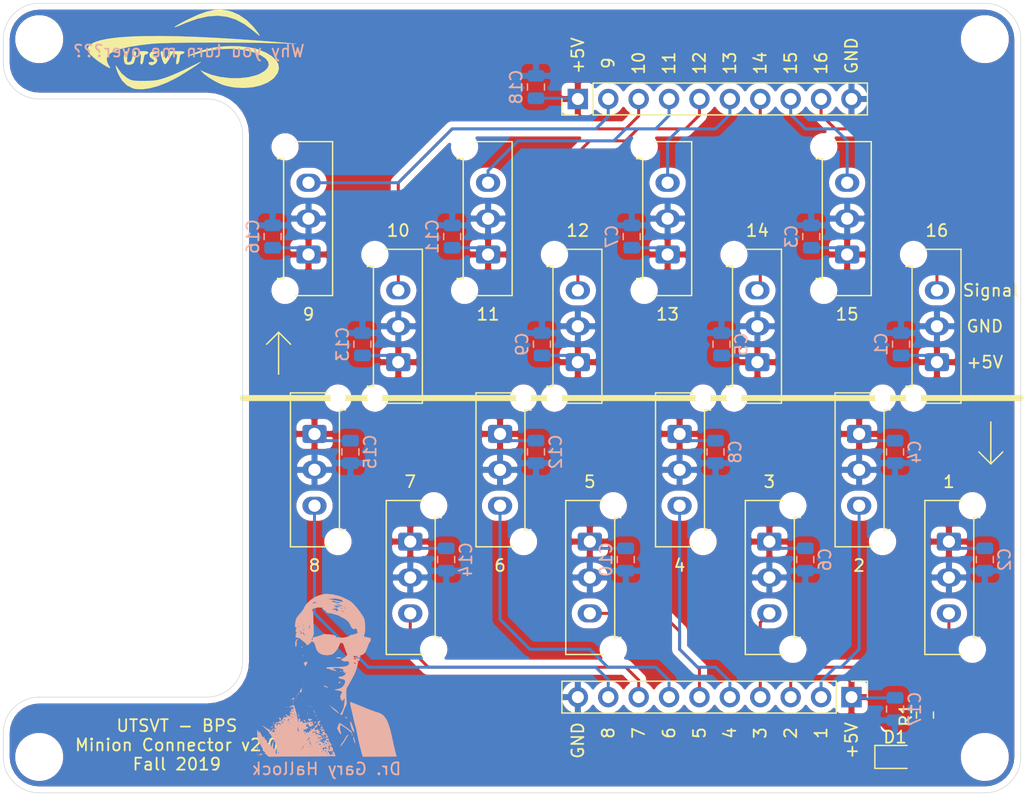
<source format=kicad_pcb>
(kicad_pcb (version 20171130) (host pcbnew "(5.1.4)-1")
  (layers (0 F.Cu signal) (31 B.Cu signal) (34 B.Paste user) (35 F.Paste user) (36 B.SilkS user) (37 F.SilkS user) (38 B.Mask user) (39 F.Mask user) (44 Edge.Cuts user))
  (net 0 "")
  (net 1 +5V)
  (net 2 GND)
  (net 3 /TempSens2)
  (net 4 /TempSens3)
  (net 5 /TempSens4)
  (net 6 /TempSens5)
  (net 7 /TempSens6)
  (net 8 /TempSens7)
  (net 9 /TempSens1)
  (net 10 /TempSens8)
  (net 11 /TempSens9)
  (net 12 /TempSens10)
  (net 13 /TempSens11)
  (net 14 /TempSens12)
  (net 15 /TempSens13)
  (net 16 /TempSens14)
  (net 17 /TempSens15)
  (net 18 /TempSens16)
  (net 19 "Net-(D1-Pad2)")
  (module Connector_Molex:Molex_Micro-Fit_3.0_43650-0315_1x03_P3.00mm_Vertical (layer F.Cu) (at 126 106 270)
    (fp_text reference J8 hide)
    (fp_text value TempConn8)
    (pad "" np_thru_hole circle (at -3 -1.96 270) (size 1.27 1.27) (drill 1.27) (layers *.Cu *.Mask))
    (pad "" np_thru_hole circle (at 9 -1.96 270) (size 1.27 1.27) (drill 1.27) (layers *.Cu *.Mask))
    (pad 1 thru_hole roundrect (at 0 0 270) (size 1.5 2.02) (drill 1.02) (layers *.Cu *.Mask) (roundrect_rratio 0.166667) (net 1 +5V))
    (pad 2 thru_hole oval (at 3 0 270) (size 1.5 2.02) (drill 1.02) (layers *.Cu *.Mask) (net 2 GND))
    (pad 3 thru_hole oval (at 6 0 270) (size 1.5 2.02) (drill 1.02) (layers *.Cu *.Mask) (net 10 /TempSens8))
  )
  (module UTSVT_Special:Hallock_Image_Tiny (layer B.Cu) (at 127.5 126 180)
    (fp_text reference G*** hide)
    (fp_text value LOGO hide)
  )
  (module UTSVT_Special:UTSVT_Logo_Symbol (layer F.Cu) (at 115.5 74)
    (fp_text reference G*** hide)
    (fp_text value LOGO hide)
  )
  (module Connector_Molex:Molex_Micro-Fit_3.0_43650-0315_1x03_P3.00mm_Vertical (layer F.Cu) (at 170.5 91 90)
    (fp_text reference J17 hide)
    (fp_text value TempConn15)
    (pad "" np_thru_hole circle (at -3 -1.96 90) (size 1.27 1.27) (drill 1.27) (layers *.Cu *.Mask))
    (pad "" np_thru_hole circle (at 9 -1.96 90) (size 1.27 1.27) (drill 1.27) (layers *.Cu *.Mask))
    (pad 1 thru_hole roundrect (at 0 0 90) (size 1.5 2.02) (drill 1.02) (layers *.Cu *.Mask) (roundrect_rratio 0.166667) (net 1 +5V))
    (pad 2 thru_hole oval (at 3 0 90) (size 1.5 2.02) (drill 1.02) (layers *.Cu *.Mask) (net 2 GND))
    (pad 3 thru_hole oval (at 6 0 90) (size 1.5 2.02) (drill 1.02) (layers *.Cu *.Mask) (net 17 /TempSens15))
  )
  (module Capacitor_SMD:C_0805_2012Metric (layer B.Cu) (at 175 98.5 270)
    (fp_text reference C1 (at 0 1.65 270) (layer B.SilkS) (effects (justify mirror)))
    (fp_text value 100n)
    (pad 2 smd roundrect (at 0.9375 0 270) (size 0.975 1.4) (layers B.Cu B.Paste B.Mask) (net 1 +5V))
    (pad 1 smd roundrect (at -0.9375 0 270) (size 0.975 1.4) (layers B.Cu B.Paste B.Mask) (net 2 GND))
  )
  (module Capacitor_SMD:C_0805_2012Metric (layer B.Cu) (at 182 116.5 90)
    (fp_text reference C2 (at 0 1.65 270) (layer B.SilkS) (effects (justify mirror)))
    (fp_text value 100n)
    (pad 1 smd roundrect (at -0.9375 0 90) (size 0.975 1.4) (layers B.Cu B.Paste B.Mask) (net 2 GND))
    (pad 2 smd roundrect (at 0.9375 0 90) (size 0.975 1.4) (layers B.Cu B.Paste B.Mask) (net 1 +5V))
  )
  (module Capacitor_SMD:C_0805_2012Metric (layer B.Cu) (at 167.5 89.5 270)
    (fp_text reference C3 (at 0 1.65 270) (layer B.SilkS) (effects (justify mirror)))
    (fp_text value 100n)
    (pad 2 smd roundrect (at 0.9375 0 270) (size 0.975 1.4) (layers B.Cu B.Paste B.Mask) (net 1 +5V))
    (pad 1 smd roundrect (at -0.9375 0 270) (size 0.975 1.4) (layers B.Cu B.Paste B.Mask) (net 2 GND))
  )
  (module Capacitor_SMD:C_0805_2012Metric (layer B.Cu) (at 174.5 107.5 90)
    (fp_text reference C4 (at 0 1.65 90) (layer B.SilkS) (effects (justify mirror)))
    (fp_text value 100n)
    (pad 1 smd roundrect (at -0.9375 0 90) (size 0.975 1.4) (layers B.Cu B.Paste B.Mask) (net 2 GND))
    (pad 2 smd roundrect (at 0.9375 0 90) (size 0.975 1.4) (layers B.Cu B.Paste B.Mask) (net 1 +5V))
  )
  (module Capacitor_SMD:C_0805_2012Metric (layer B.Cu) (at 160 98.5 90)
    (fp_text reference C5 (at 0 1.65 90) (layer B.SilkS) (effects (justify mirror)))
    (fp_text value 100n)
    (pad 1 smd roundrect (at -0.9375 0 90) (size 0.975 1.4) (layers B.Cu B.Paste B.Mask) (net 1 +5V))
    (pad 2 smd roundrect (at 0.9375 0 90) (size 0.975 1.4) (layers B.Cu B.Paste B.Mask) (net 2 GND))
  )
  (module Capacitor_SMD:C_0805_2012Metric (layer B.Cu) (at 167 116.5 90)
    (fp_text reference C6 (at 0 1.65 90) (layer B.SilkS) (effects (justify mirror)))
    (fp_text value 100n)
    (pad 2 smd roundrect (at 0.9375 0 90) (size 0.975 1.4) (layers B.Cu B.Paste B.Mask) (net 1 +5V))
    (pad 1 smd roundrect (at -0.9375 0 90) (size 0.975 1.4) (layers B.Cu B.Paste B.Mask) (net 2 GND))
  )
  (module Capacitor_SMD:C_0805_2012Metric (layer B.Cu) (at 152.5 89.5 270)
    (fp_text reference C7 (at 0 1.65 90) (layer B.SilkS) (effects (justify mirror)))
    (fp_text value 100n)
    (pad 1 smd roundrect (at -0.9375 0 270) (size 0.975 1.4) (layers B.Cu B.Paste B.Mask) (net 2 GND))
    (pad 2 smd roundrect (at 0.9375 0 270) (size 0.975 1.4) (layers B.Cu B.Paste B.Mask) (net 1 +5V))
  )
  (module Capacitor_SMD:C_0805_2012Metric (layer B.Cu) (at 159.5 107.5 90)
    (fp_text reference C8 (at 0 1.65 90) (layer B.SilkS) (effects (justify mirror)))
    (fp_text value 100n)
    (pad 1 smd roundrect (at -0.9375 0 90) (size 0.975 1.4) (layers B.Cu B.Paste B.Mask) (net 2 GND))
    (pad 2 smd roundrect (at 0.9375 0 90) (size 0.975 1.4) (layers B.Cu B.Paste B.Mask) (net 1 +5V))
  )
  (module Capacitor_SMD:C_0805_2012Metric (layer B.Cu) (at 145 98.5 270)
    (fp_text reference C9 (at 0 1.65 90) (layer B.SilkS) (effects (justify mirror)))
    (fp_text value 100n)
    (pad 2 smd roundrect (at 0.9375 0 270) (size 0.975 1.4) (layers B.Cu B.Paste B.Mask) (net 1 +5V))
    (pad 1 smd roundrect (at -0.9375 0 270) (size 0.975 1.4) (layers B.Cu B.Paste B.Mask) (net 2 GND))
  )
  (module Capacitor_SMD:C_0805_2012Metric (layer B.Cu) (at 152 116.5 270)
    (fp_text reference C10 (at 0 1.65 90) (layer B.SilkS) (effects (justify mirror)))
    (fp_text value 100n)
    (pad 2 smd roundrect (at 0.9375 0 270) (size 0.975 1.4) (layers B.Cu B.Paste B.Mask) (net 2 GND))
    (pad 1 smd roundrect (at -0.9375 0 270) (size 0.975 1.4) (layers B.Cu B.Paste B.Mask) (net 1 +5V))
  )
  (module Capacitor_SMD:C_0805_2012Metric (layer B.Cu) (at 137.5 89.5 270)
    (fp_text reference C11 (at 0 1.65 270) (layer B.SilkS) (effects (justify mirror)))
    (fp_text value 100n)
    (pad 2 smd roundrect (at 0.9375 0 270) (size 0.975 1.4) (layers B.Cu B.Paste B.Mask) (net 1 +5V))
    (pad 1 smd roundrect (at -0.9375 0 270) (size 0.975 1.4) (layers B.Cu B.Paste B.Mask) (net 2 GND))
  )
  (module Capacitor_SMD:C_0805_2012Metric (layer B.Cu) (at 144.5 107.5 90)
    (fp_text reference C12 (at 0 1.65 270) (layer B.SilkS) (effects (justify mirror)))
    (fp_text value 100n)
    (pad 1 smd roundrect (at -0.9375 0 90) (size 0.975 1.4) (layers B.Cu B.Paste B.Mask) (net 2 GND))
    (pad 2 smd roundrect (at 0.9375 0 90) (size 0.975 1.4) (layers B.Cu B.Paste B.Mask) (net 1 +5V))
  )
  (module Capacitor_SMD:C_0805_2012Metric (layer B.Cu) (at 130 98.5 270)
    (fp_text reference C13 (at 0 1.65 270) (layer B.SilkS) (effects (justify mirror)))
    (fp_text value 100n)
    (pad 1 smd roundrect (at -0.9375 0 270) (size 0.975 1.4) (layers B.Cu B.Paste B.Mask) (net 2 GND))
    (pad 2 smd roundrect (at 0.9375 0 270) (size 0.975 1.4) (layers B.Cu B.Paste B.Mask) (net 1 +5V))
  )
  (module Capacitor_SMD:C_0805_2012Metric (layer B.Cu) (at 137 116.5 90)
    (fp_text reference C14 (at 0 1.65 90) (layer B.SilkS) (effects (justify mirror)))
    (fp_text value 100n)
    (pad 2 smd roundrect (at 0.9375 0 90) (size 0.975 1.4) (layers B.Cu B.Paste B.Mask) (net 1 +5V))
    (pad 1 smd roundrect (at -0.9375 0 90) (size 0.975 1.4) (layers B.Cu B.Paste B.Mask) (net 2 GND))
  )
  (module Capacitor_SMD:C_0805_2012Metric (layer B.Cu) (at 129 107.5 90)
    (fp_text reference C15 (at 0 1.65 90) (layer B.SilkS) (effects (justify mirror)))
    (fp_text value 100n)
    (pad 2 smd roundrect (at 0.9375 0 90) (size 0.975 1.4) (layers B.Cu B.Paste B.Mask) (net 1 +5V))
    (pad 1 smd roundrect (at -0.9375 0 90) (size 0.975 1.4) (layers B.Cu B.Paste B.Mask) (net 2 GND))
  )
  (module Capacitor_SMD:C_0805_2012Metric (layer B.Cu) (at 122.5 89.5 270)
    (fp_text reference C16 (at 0 1.65 90) (layer B.SilkS) (effects (justify mirror)))
    (fp_text value 100n)
    (pad 1 smd roundrect (at -0.9375 0 270) (size 0.975 1.4) (layers B.Cu B.Paste B.Mask) (net 2 GND))
    (pad 2 smd roundrect (at 0.9375 0 270) (size 0.975 1.4) (layers B.Cu B.Paste B.Mask) (net 1 +5V))
  )
  (module Capacitor_SMD:C_0805_2012Metric (layer B.Cu) (at 174.5 129 90)
    (fp_text reference C17 (at 0 1.65 90) (layer B.SilkS) (effects (justify mirror)))
    (fp_text value 100n)
    (pad 2 smd roundrect (at 0.9375 0 90) (size 0.975 1.4) (layers B.Cu B.Paste B.Mask) (net 1 +5V))
    (pad 1 smd roundrect (at -0.9375 0 90) (size 0.975 1.4) (layers B.Cu B.Paste B.Mask) (net 2 GND))
  )
  (module Capacitor_SMD:C_0805_2012Metric (layer B.Cu) (at 144.5 77 270)
    (fp_text reference C18 (at 0 1.65 90) (layer B.SilkS) (effects (justify mirror)))
    (fp_text value 100n)
    (pad 1 smd roundrect (at -0.9375 0 270) (size 0.975 1.4) (layers B.Cu B.Paste B.Mask) (net 2 GND))
    (pad 2 smd roundrect (at 0.9375 0 270) (size 0.975 1.4) (layers B.Cu B.Paste B.Mask) (net 1 +5V))
  )
  (module Connector_Molex:Molex_Micro-Fit_3.0_43650-0315_1x03_P3.00mm_Vertical (layer F.Cu) (at 179 115 270)
    (fp_text reference J1 hide)
    (fp_text value TempConn2)
    (pad 3 thru_hole oval (at 6 0 270) (size 1.5 2.02) (drill 1.02) (layers *.Cu *.Mask) (net 3 /TempSens2))
    (pad 2 thru_hole oval (at 3 0 270) (size 1.5 2.02) (drill 1.02) (layers *.Cu *.Mask) (net 2 GND))
    (pad 1 thru_hole roundrect (at 0 0 270) (size 1.5 2.02) (drill 1.02) (layers *.Cu *.Mask) (roundrect_rratio 0.166667) (net 1 +5V))
    (pad "" np_thru_hole circle (at 9 -1.96 270) (size 1.27 1.27) (drill 1.27) (layers *.Cu *.Mask))
    (pad "" np_thru_hole circle (at -3 -1.96 270) (size 1.27 1.27) (drill 1.27) (layers *.Cu *.Mask))
  )
  (module Connector_Molex:Molex_Micro-Fit_3.0_43650-0315_1x03_P3.00mm_Vertical (layer F.Cu) (at 164 115 270)
    (fp_text reference J2 hide)
    (fp_text value TempConn3)
    (pad "" np_thru_hole circle (at -3 -1.96 270) (size 1.27 1.27) (drill 1.27) (layers *.Cu *.Mask))
    (pad "" np_thru_hole circle (at 9 -1.96 270) (size 1.27 1.27) (drill 1.27) (layers *.Cu *.Mask))
    (pad 1 thru_hole roundrect (at 0 0 270) (size 1.5 2.02) (drill 1.02) (layers *.Cu *.Mask) (roundrect_rratio 0.166667) (net 1 +5V))
    (pad 2 thru_hole oval (at 3 0 270) (size 1.5 2.02) (drill 1.02) (layers *.Cu *.Mask) (net 2 GND))
    (pad 3 thru_hole oval (at 6 0 270) (size 1.5 2.02) (drill 1.02) (layers *.Cu *.Mask) (net 4 /TempSens3))
  )
  (module Connector_Molex:Molex_Micro-Fit_3.0_43650-0315_1x03_P3.00mm_Vertical (layer F.Cu) (at 156.5 106 270)
    (fp_text reference J3 hide)
    (fp_text value TempConn4)
    (pad 3 thru_hole oval (at 6 0 270) (size 1.5 2.02) (drill 1.02) (layers *.Cu *.Mask) (net 5 /TempSens4))
    (pad 2 thru_hole oval (at 3 0 270) (size 1.5 2.02) (drill 1.02) (layers *.Cu *.Mask) (net 2 GND))
    (pad 1 thru_hole roundrect (at 0 0 270) (size 1.5 2.02) (drill 1.02) (layers *.Cu *.Mask) (roundrect_rratio 0.166667) (net 1 +5V))
    (pad "" np_thru_hole circle (at 9 -1.96 270) (size 1.27 1.27) (drill 1.27) (layers *.Cu *.Mask))
    (pad "" np_thru_hole circle (at -3 -1.96 270) (size 1.27 1.27) (drill 1.27) (layers *.Cu *.Mask))
  )
  (module Connector_Molex:Molex_Micro-Fit_3.0_43650-0315_1x03_P3.00mm_Vertical (layer F.Cu) (at 149 115 270)
    (fp_text reference J4 hide)
    (fp_text value TempConn5)
    (pad "" np_thru_hole circle (at -3 -1.96 270) (size 1.27 1.27) (drill 1.27) (layers *.Cu *.Mask))
    (pad "" np_thru_hole circle (at 9 -1.96 270) (size 1.27 1.27) (drill 1.27) (layers *.Cu *.Mask))
    (pad 1 thru_hole roundrect (at 0 0 270) (size 1.5 2.02) (drill 1.02) (layers *.Cu *.Mask) (roundrect_rratio 0.166667) (net 1 +5V))
    (pad 2 thru_hole oval (at 3 0 270) (size 1.5 2.02) (drill 1.02) (layers *.Cu *.Mask) (net 2 GND))
    (pad 3 thru_hole oval (at 6 0 270) (size 1.5 2.02) (drill 1.02) (layers *.Cu *.Mask) (net 6 /TempSens5))
  )
  (module Connector_Molex:Molex_Micro-Fit_3.0_43650-0315_1x03_P3.00mm_Vertical (layer F.Cu) (at 141.5 106 270)
    (fp_text reference J5 hide)
    (fp_text value TempConn6)
    (pad "" np_thru_hole circle (at -3 -1.96 270) (size 1.27 1.27) (drill 1.27) (layers *.Cu *.Mask))
    (pad "" np_thru_hole circle (at 9 -1.96 270) (size 1.27 1.27) (drill 1.27) (layers *.Cu *.Mask))
    (pad 1 thru_hole roundrect (at 0 0 270) (size 1.5 2.02) (drill 1.02) (layers *.Cu *.Mask) (roundrect_rratio 0.166667) (net 1 +5V))
    (pad 2 thru_hole oval (at 3 0 270) (size 1.5 2.02) (drill 1.02) (layers *.Cu *.Mask) (net 2 GND))
    (pad 3 thru_hole oval (at 6 0 270) (size 1.5 2.02) (drill 1.02) (layers *.Cu *.Mask) (net 7 /TempSens6))
  )
  (module Connector_Molex:Molex_Micro-Fit_3.0_43650-0315_1x03_P3.00mm_Vertical (layer F.Cu) (at 134 115 270)
    (fp_text reference J6 hide)
    (fp_text value TempConn7)
    (pad 3 thru_hole oval (at 6 0 270) (size 1.5 2.02) (drill 1.02) (layers *.Cu *.Mask) (net 8 /TempSens7))
    (pad 2 thru_hole oval (at 3 0 270) (size 1.5 2.02) (drill 1.02) (layers *.Cu *.Mask) (net 2 GND))
    (pad 1 thru_hole roundrect (at 0 0 270) (size 1.5 2.02) (drill 1.02) (layers *.Cu *.Mask) (roundrect_rratio 0.166667) (net 1 +5V))
    (pad "" np_thru_hole circle (at 9 -1.96 270) (size 1.27 1.27) (drill 1.27) (layers *.Cu *.Mask))
    (pad "" np_thru_hole circle (at -3 -1.96 270) (size 1.27 1.27) (drill 1.27) (layers *.Cu *.Mask))
  )
  (module Connector_Molex:Molex_Micro-Fit_3.0_43650-0315_1x03_P3.00mm_Vertical (layer F.Cu) (at 171.5 106 270)
    (fp_text reference J7 hide)
    (fp_text value TempConn1)
    (pad 3 thru_hole oval (at 6 0 270) (size 1.5 2.02) (drill 1.02) (layers *.Cu *.Mask) (net 9 /TempSens1))
    (pad 2 thru_hole oval (at 3 0 270) (size 1.5 2.02) (drill 1.02) (layers *.Cu *.Mask) (net 2 GND))
    (pad 1 thru_hole roundrect (at 0 0 270) (size 1.5 2.02) (drill 1.02) (layers *.Cu *.Mask) (roundrect_rratio 0.166667) (net 1 +5V))
    (pad "" np_thru_hole circle (at 9 -1.96 270) (size 1.27 1.27) (drill 1.27) (layers *.Cu *.Mask))
    (pad "" np_thru_hole circle (at -3 -1.96 270) (size 1.27 1.27) (drill 1.27) (layers *.Cu *.Mask))
  )
  (module Connector_PinHeader_2.54mm:PinHeader_1x10_P2.54mm_Vertical (layer F.Cu) (at 170.86 128 270)
    (fp_text reference J9 hide)
    (fp_text value TempConn2)
    (pad 10 thru_hole oval (at 0 22.86 270) (size 1.7 1.7) (drill 1) (layers *.Cu *.Mask) (net 2 GND))
    (pad 9 thru_hole oval (at 0 20.32 270) (size 1.7 1.7) (drill 1) (layers *.Cu *.Mask) (net 10 /TempSens8))
    (pad 8 thru_hole oval (at 0 17.78 270) (size 1.7 1.7) (drill 1) (layers *.Cu *.Mask) (net 8 /TempSens7))
    (pad 7 thru_hole oval (at 0 15.24 270) (size 1.7 1.7) (drill 1) (layers *.Cu *.Mask) (net 7 /TempSens6))
    (pad 6 thru_hole oval (at 0 12.7 270) (size 1.7 1.7) (drill 1) (layers *.Cu *.Mask) (net 6 /TempSens5))
    (pad 5 thru_hole oval (at 0 10.16 270) (size 1.7 1.7) (drill 1) (layers *.Cu *.Mask) (net 5 /TempSens4))
    (pad 4 thru_hole oval (at 0 7.62 270) (size 1.7 1.7) (drill 1) (layers *.Cu *.Mask) (net 4 /TempSens3))
    (pad 3 thru_hole oval (at 0 5.08 270) (size 1.7 1.7) (drill 1) (layers *.Cu *.Mask) (net 3 /TempSens2))
    (pad 2 thru_hole oval (at 0 2.54 270) (size 1.7 1.7) (drill 1) (layers *.Cu *.Mask) (net 9 /TempSens1))
    (pad 1 thru_hole rect (at 0 0 270) (size 1.7 1.7) (drill 1) (layers *.Cu *.Mask) (net 1 +5V))
  )
  (module Connector_Molex:Molex_Micro-Fit_3.0_43650-0315_1x03_P3.00mm_Vertical (layer F.Cu) (at 125.5 91 90)
    (fp_text reference J10 hide)
    (fp_text value TempConn9)
    (pad 3 thru_hole oval (at 6 0 90) (size 1.5 2.02) (drill 1.02) (layers *.Cu *.Mask) (net 11 /TempSens9))
    (pad 2 thru_hole oval (at 3 0 90) (size 1.5 2.02) (drill 1.02) (layers *.Cu *.Mask) (net 2 GND))
    (pad 1 thru_hole roundrect (at 0 0 90) (size 1.5 2.02) (drill 1.02) (layers *.Cu *.Mask) (roundrect_rratio 0.166667) (net 1 +5V))
    (pad "" np_thru_hole circle (at 9 -1.96 90) (size 1.27 1.27) (drill 1.27) (layers *.Cu *.Mask))
    (pad "" np_thru_hole circle (at -3 -1.96 90) (size 1.27 1.27) (drill 1.27) (layers *.Cu *.Mask))
  )
  (module Connector_Molex:Molex_Micro-Fit_3.0_43650-0315_1x03_P3.00mm_Vertical (layer F.Cu) (at 133 100 90)
    (fp_text reference J11 hide)
    (fp_text value TempConn10)
    (pad "" np_thru_hole circle (at -3 -1.96 90) (size 1.27 1.27) (drill 1.27) (layers *.Cu *.Mask))
    (pad "" np_thru_hole circle (at 9 -1.96 90) (size 1.27 1.27) (drill 1.27) (layers *.Cu *.Mask))
    (pad 1 thru_hole roundrect (at 0 0 90) (size 1.5 2.02) (drill 1.02) (layers *.Cu *.Mask) (roundrect_rratio 0.166667) (net 1 +5V))
    (pad 2 thru_hole oval (at 3 0 90) (size 1.5 2.02) (drill 1.02) (layers *.Cu *.Mask) (net 2 GND))
    (pad 3 thru_hole oval (at 6 0 90) (size 1.5 2.02) (drill 1.02) (layers *.Cu *.Mask) (net 12 /TempSens10))
  )
  (module Connector_Molex:Molex_Micro-Fit_3.0_43650-0315_1x03_P3.00mm_Vertical (layer F.Cu) (at 140.5 91 90)
    (fp_text reference J12 hide)
    (fp_text value TempConn11)
    (pad "" np_thru_hole circle (at -3 -1.96 90) (size 1.27 1.27) (drill 1.27) (layers *.Cu *.Mask))
    (pad "" np_thru_hole circle (at 9 -1.96 90) (size 1.27 1.27) (drill 1.27) (layers *.Cu *.Mask))
    (pad 1 thru_hole roundrect (at 0 0 90) (size 1.5 2.02) (drill 1.02) (layers *.Cu *.Mask) (roundrect_rratio 0.166667) (net 1 +5V))
    (pad 2 thru_hole oval (at 3 0 90) (size 1.5 2.02) (drill 1.02) (layers *.Cu *.Mask) (net 2 GND))
    (pad 3 thru_hole oval (at 6 0 90) (size 1.5 2.02) (drill 1.02) (layers *.Cu *.Mask) (net 13 /TempSens11))
  )
  (module Connector_Molex:Molex_Micro-Fit_3.0_43650-0315_1x03_P3.00mm_Vertical (layer F.Cu) (at 148 100 90)
    (fp_text reference J13 hide)
    (fp_text value TempConn12)
    (pad 3 thru_hole oval (at 6 0 90) (size 1.5 2.02) (drill 1.02) (layers *.Cu *.Mask) (net 14 /TempSens12))
    (pad 2 thru_hole oval (at 3 0 90) (size 1.5 2.02) (drill 1.02) (layers *.Cu *.Mask) (net 2 GND))
    (pad 1 thru_hole roundrect (at 0 0 90) (size 1.5 2.02) (drill 1.02) (layers *.Cu *.Mask) (roundrect_rratio 0.166667) (net 1 +5V))
    (pad "" np_thru_hole circle (at 9 -1.96 90) (size 1.27 1.27) (drill 1.27) (layers *.Cu *.Mask))
    (pad "" np_thru_hole circle (at -3 -1.96 90) (size 1.27 1.27) (drill 1.27) (layers *.Cu *.Mask))
  )
  (module Connector_PinHeader_2.54mm:PinHeader_1x10_P2.54mm_Vertical (layer F.Cu) (at 148 78 90)
    (fp_text reference J14 hide)
    (fp_text value TempConn2)
    (pad 1 thru_hole rect (at 0 0 90) (size 1.7 1.7) (drill 1) (layers *.Cu *.Mask) (net 1 +5V))
    (pad 2 thru_hole oval (at 0 2.54 90) (size 1.7 1.7) (drill 1) (layers *.Cu *.Mask) (net 11 /TempSens9))
    (pad 3 thru_hole oval (at 0 5.08 90) (size 1.7 1.7) (drill 1) (layers *.Cu *.Mask) (net 12 /TempSens10))
    (pad 4 thru_hole oval (at 0 7.62 90) (size 1.7 1.7) (drill 1) (layers *.Cu *.Mask) (net 13 /TempSens11))
    (pad 5 thru_hole oval (at 0 10.16 90) (size 1.7 1.7) (drill 1) (layers *.Cu *.Mask) (net 14 /TempSens12))
    (pad 6 thru_hole oval (at 0 12.7 90) (size 1.7 1.7) (drill 1) (layers *.Cu *.Mask) (net 15 /TempSens13))
    (pad 7 thru_hole oval (at 0 15.24 90) (size 1.7 1.7) (drill 1) (layers *.Cu *.Mask) (net 16 /TempSens14))
    (pad 8 thru_hole oval (at 0 17.78 90) (size 1.7 1.7) (drill 1) (layers *.Cu *.Mask) (net 17 /TempSens15))
    (pad 9 thru_hole oval (at 0 20.32 90) (size 1.7 1.7) (drill 1) (layers *.Cu *.Mask) (net 18 /TempSens16))
    (pad 10 thru_hole oval (at 0 22.86 90) (size 1.7 1.7) (drill 1) (layers *.Cu *.Mask) (net 2 GND))
  )
  (module Connector_Molex:Molex_Micro-Fit_3.0_43650-0315_1x03_P3.00mm_Vertical (layer F.Cu) (at 155.5 91 90)
    (fp_text reference J15 hide)
    (fp_text value TempConn13)
    (pad "" np_thru_hole circle (at -3 -1.96 90) (size 1.27 1.27) (drill 1.27) (layers *.Cu *.Mask))
    (pad "" np_thru_hole circle (at 9 -1.96 90) (size 1.27 1.27) (drill 1.27) (layers *.Cu *.Mask))
    (pad 1 thru_hole roundrect (at 0 0 90) (size 1.5 2.02) (drill 1.02) (layers *.Cu *.Mask) (roundrect_rratio 0.166667) (net 1 +5V))
    (pad 2 thru_hole oval (at 3 0 90) (size 1.5 2.02) (drill 1.02) (layers *.Cu *.Mask) (net 2 GND))
    (pad 3 thru_hole oval (at 6 0 90) (size 1.5 2.02) (drill 1.02) (layers *.Cu *.Mask) (net 15 /TempSens13))
  )
  (module Connector_Molex:Molex_Micro-Fit_3.0_43650-0315_1x03_P3.00mm_Vertical (layer F.Cu) (at 163 100 90)
    (fp_text reference J16 hide)
    (fp_text value TempConn14)
    (pad 3 thru_hole oval (at 6 0 90) (size 1.5 2.02) (drill 1.02) (layers *.Cu *.Mask) (net 16 /TempSens14))
    (pad 2 thru_hole oval (at 3 0 90) (size 1.5 2.02) (drill 1.02) (layers *.Cu *.Mask) (net 2 GND))
    (pad 1 thru_hole roundrect (at 0 0 90) (size 1.5 2.02) (drill 1.02) (layers *.Cu *.Mask) (roundrect_rratio 0.166667) (net 1 +5V))
    (pad "" np_thru_hole circle (at 9 -1.96 90) (size 1.27 1.27) (drill 1.27) (layers *.Cu *.Mask))
    (pad "" np_thru_hole circle (at -3 -1.96 90) (size 1.27 1.27) (drill 1.27) (layers *.Cu *.Mask))
  )
  (module Connector_Molex:Molex_Micro-Fit_3.0_43650-0315_1x03_P3.00mm_Vertical (layer F.Cu) (at 178 100 90)
    (fp_text reference J18 hide)
    (fp_text value TempConn16)
    (pad "" np_thru_hole circle (at -3 -1.96 90) (size 1.27 1.27) (drill 1.27) (layers *.Cu *.Mask))
    (pad "" np_thru_hole circle (at 9 -1.96 90) (size 1.27 1.27) (drill 1.27) (layers *.Cu *.Mask))
    (pad 1 thru_hole roundrect (at 0 0 90) (size 1.5 2.02) (drill 1.02) (layers *.Cu *.Mask) (roundrect_rratio 0.166667) (net 1 +5V))
    (pad 2 thru_hole oval (at 3 0 90) (size 1.5 2.02) (drill 1.02) (layers *.Cu *.Mask) (net 2 GND))
    (pad 3 thru_hole oval (at 6 0 90) (size 1.5 2.02) (drill 1.02) (layers *.Cu *.Mask) (net 18 /TempSens16))
  )
  (module MountingHole:MountingHole_3mm (layer F.Cu) (at 182 73)
    (fp_text reference H1 hide)
    (fp_text value M3)
    (pad 1 np_thru_hole circle (at 0 0) (size 3 3) (drill 3) (layers *.Cu *.Mask))
  )
  (module MountingHole:MountingHole_3mm (layer F.Cu) (at 103 73)
    (fp_text reference H2 hide)
    (fp_text value M3)
    (pad 1 np_thru_hole circle (at 0 0) (size 3 3) (drill 3) (layers *.Cu *.Mask))
  )
  (module MountingHole:MountingHole_3mm (layer F.Cu) (at 182 133)
    (fp_text reference H3 hide)
    (fp_text value M3)
    (pad 1 np_thru_hole circle (at 0 0) (size 3 3) (drill 3) (layers *.Cu *.Mask))
  )
  (module MountingHole:MountingHole_3mm (layer F.Cu) (at 103 133)
    (fp_text reference H4 hide)
    (fp_text value M3)
    (pad 1 np_thru_hole circle (at 0 0) (size 3 3) (drill 3) (layers *.Cu *.Mask))
  )
  (module LED_SMD:LED_0805_2012Metric (layer F.Cu) (at 174.5 133)
    (fp_text reference D1 (at 0 -1.65) (layer F.SilkS))
    (fp_text value Green)
    (pad 1 smd roundrect (at -0.9375 0) (size 0.975 1.4) (layers F.Cu F.Paste F.Mask) (net 2 GND))
    (pad 2 smd roundrect (at 0.9375 0) (size 0.975 1.4) (layers F.Cu F.Paste F.Mask) (net 19 "Net-(D1-Pad2)"))
  )
  (module Resistor_SMD:R_0805_2012Metric (layer F.Cu) (at 177 129.5 270)
    (fp_text reference R1 (at 0 1.6 90) (layer F.SilkS))
    (fp_text value 1.2k)
    (pad 1 smd roundrect (at -0.9375 0 270) (size 0.975 1.4) (layers F.Cu F.Paste F.Mask) (net 1 +5V))
    (pad 2 smd roundrect (at 0.9375 0 270) (size 0.975 1.4) (layers F.Cu F.Paste F.Mask) (net 19 "Net-(D1-Pad2)"))
  )
  (gr_text "Why you turn me over???" (at 115.5 74) (layer B.SilkS) (effects (font (size 1 1)) (justify mirror)))
  (gr_text Signal (at 182.5 94) (layer F.SilkS) (effects (font (size 1 1))))
  (gr_text GND (at 182 97) (layer F.SilkS) (effects (font (size 1 1))))
  (gr_text +5V (at 182 100) (layer F.SilkS) (effects (font (size 1 1))))
  (gr_text 8 (at 126 117) (layer F.SilkS) (effects (font (size 1 1))))
  (gr_text 7 (at 134 110) (layer F.SilkS) (effects (font (size 1 1))))
  (gr_text 6 (at 141.5 117) (layer F.SilkS) (effects (font (size 1 1))))
  (gr_text 5 (at 149 110) (layer F.SilkS) (effects (font (size 1 1))))
  (gr_text 4 (at 156.5 117) (layer F.SilkS) (effects (font (size 1 1))))
  (gr_text 3 (at 164 110) (layer F.SilkS) (effects (font (size 1 1))))
  (gr_text 2 (at 171.5 117) (layer F.SilkS) (effects (font (size 1 1))))
  (gr_text 1 (at 179 110) (layer F.SilkS) (effects (font (size 1 1))))
  (gr_text 16 (at 178 89) (layer F.SilkS) (effects (font (size 1 1))))
  (gr_text 15 (at 170.5 96) (layer F.SilkS) (effects (font (size 1 1))))
  (gr_text 14 (at 163 89) (layer F.SilkS) (effects (font (size 1 1))))
  (gr_text 13 (at 155.5 96) (layer F.SilkS) (effects (font (size 1 1))))
  (gr_text 12 (at 148 89) (layer F.SilkS) (effects (font (size 1 1))))
  (gr_text 11 (at 140.5 96) (layer F.SilkS) (effects (font (size 1 1))))
  (gr_text "10\n" (at 133 89) (layer F.SilkS) (effects (font (size 1 1))))
  (gr_text 9 (at 125.5 96) (layer F.SilkS) (effects (font (size 1 1))))
  (gr_line (start 182.5 108.5) (end 181.5 107.5) (layer F.SilkS) (width 0.12))
  (gr_line (start 182.5 108.5) (end 183.5 107.5) (layer F.SilkS) (width 0.12))
  (gr_line (start 182.5 108.5) (end 182.5 107.5) (layer F.SilkS) (width 0.12))
  (gr_line (start 182.5 105) (end 182.5 108) (layer F.SilkS) (width 0.12))
  (gr_line (start 123 97.5) (end 124 98.5) (layer F.SilkS) (width 0.12))
  (gr_line (start 123 97.5) (end 122 98.5) (layer F.SilkS) (width 0.12))
  (gr_line (start 123 101) (end 123 97.5) (layer F.SilkS) (width 0.12))
  (gr_text "UTSVT - BPS\nMinion Connector v2.0\nFall 2019" (at 114.5 132) (layer F.SilkS) (effects (font (size 1 1))))
  (gr_text "Dr. Gary Hallock" (at 127 134) (layer B.SilkS) (effects (font (size 1 1)) (justify mirror)))
  (gr_text 8 (at 150.54 131 90) (layer F.SilkS) (effects (font (size 1 1))))
  (gr_text 7 (at 153.08 131 90) (layer F.SilkS) (effects (font (size 1 1))))
  (gr_text 6 (at 155.62 131 90) (layer F.SilkS) (effects (font (size 1 1))))
  (gr_text 5 (at 158.16 131 90) (layer F.SilkS) (effects (font (size 1 1))))
  (gr_text 4 (at 160.7 131 90) (layer F.SilkS) (effects (font (size 1 1))))
  (gr_text 3 (at 163.24 131 90) (layer F.SilkS) (effects (font (size 1 1))))
  (gr_text 2 (at 165.78 131 90) (layer F.SilkS) (effects (font (size 1 1))))
  (gr_text "1\n" (at 168.32 131 90) (layer F.SilkS) (effects (font (size 1 1))))
  (gr_text GND (at 148 130 90) (layer F.SilkS) (effects (font (size 1 1)) (justify right)))
  (gr_text +5V (at 170.86 130 90) (layer F.SilkS) (effects (font (size 1 1)) (justify right)))
  (gr_text GND (at 170.86 76 90) (layer F.SilkS) (effects (font (size 1 1)) (justify left)))
  (gr_text 16 (at 168.32 75 90) (layer F.SilkS) (effects (font (size 1 1))))
  (gr_text 15 (at 165.78 75 90) (layer F.SilkS) (effects (font (size 1 1))))
  (gr_text 14 (at 163.24 75 90) (layer F.SilkS) (effects (font (size 1 1))))
  (gr_text 13 (at 160.7 75 90) (layer F.SilkS) (effects (font (size 1 1))))
  (gr_text 12 (at 158.16 75 90) (layer F.SilkS) (effects (font (size 1 1))))
  (gr_text 11 (at 155.62 75 90) (layer F.SilkS) (effects (font (size 1 1))))
  (gr_text 10 (at 153.08 75 90) (layer F.SilkS) (effects (font (size 1 1))))
  (gr_text 9 (at 150.54 75 90) (layer F.SilkS) (effects (font (size 1 1))))
  (gr_text +5V (at 148 76 90) (layer F.SilkS) (effects (font (size 1 1)) (justify left)))
  (gr_line (start 185 103) (end 120 103) (layer F.SilkS) (width 0.5))
  (gr_arc (start 117 81) (end 120 81) (angle -90) (layer Edge.Cuts) (width 0.05))
  (gr_line (start 103 78) (end 117 78) (layer Edge.Cuts) (width 0.05))
  (gr_arc (start 103 75) (end 100 75) (angle -90) (layer Edge.Cuts) (width 0.05))
  (gr_line (start 100 73) (end 100 75) (layer Edge.Cuts) (width 0.05))
  (gr_line (start 120 125) (end 120 81) (layer Edge.Cuts) (width 0.05))
  (gr_arc (start 117 125) (end 117 128) (angle -90) (layer Edge.Cuts) (width 0.05))
  (gr_line (start 103 128) (end 117 128) (layer Edge.Cuts) (width 0.05))
  (gr_arc (start 103 131) (end 103 128) (angle -90) (layer Edge.Cuts) (width 0.05))
  (gr_line (start 100 133) (end 100 131) (layer Edge.Cuts) (width 0.05))
  (gr_arc (start 103 73) (end 103 70) (angle -90) (layer Edge.Cuts) (width 0.05))
  (gr_arc (start 182 73) (end 185 73) (angle -90) (layer Edge.Cuts) (width 0.05))
  (gr_arc (start 182 133) (end 182 136) (angle -90) (layer Edge.Cuts) (width 0.05))
  (gr_arc (start 103 133) (end 100 133) (angle -90) (layer Edge.Cuts) (width 0.05))
  (gr_line (start 182 136) (end 103 136) (layer Edge.Cuts) (width 0.05))
  (gr_line (start 185 73) (end 185 133) (layer Edge.Cuts) (width 0.05))
  (gr_line (start 103 70) (end 182 70) (layer Edge.Cuts) (width 0.05))
  (segment (start 177.4375 99.4375) (end 178 100) (width 0.25) (layer B.Cu) (net 1))
  (segment (start 175 99.4375) (end 177.4375 99.4375) (width 0.25) (layer B.Cu) (net 1))
  (segment (start 169.9375 90.4375) (end 170.5 91) (width 0.25) (layer B.Cu) (net 1))
  (segment (start 167.5 90.4375) (end 169.9375 90.4375) (width 0.25) (layer B.Cu) (net 1))
  (segment (start 162.4375 99.4375) (end 163 100) (width 0.25) (layer B.Cu) (net 1))
  (segment (start 160 99.4375) (end 162.4375 99.4375) (width 0.25) (layer B.Cu) (net 1))
  (segment (start 164.5625 115.5625) (end 164 115) (width 0.25) (layer B.Cu) (net 1))
  (segment (start 167 115.5625) (end 164.5625 115.5625) (width 0.25) (layer B.Cu) (net 1))
  (segment (start 179.5625 115.5625) (end 179 115) (width 0.25) (layer B.Cu) (net 1))
  (segment (start 182 115.5625) (end 179.5625 115.5625) (width 0.25) (layer B.Cu) (net 1))
  (segment (start 149.5625 115.5625) (end 149 115) (width 0.25) (layer B.Cu) (net 1))
  (segment (start 152 115.5625) (end 149.5625 115.5625) (width 0.25) (layer B.Cu) (net 1))
  (segment (start 134.5625 115.5625) (end 134 115) (width 0.25) (layer B.Cu) (net 1))
  (segment (start 137 115.5625) (end 134.5625 115.5625) (width 0.25) (layer B.Cu) (net 1))
  (segment (start 126.5625 106.5625) (end 126 106) (width 0.25) (layer B.Cu) (net 1))
  (segment (start 129 106.5625) (end 126.5625 106.5625) (width 0.25) (layer B.Cu) (net 1))
  (segment (start 142.0625 106.5625) (end 141.5 106) (width 0.25) (layer B.Cu) (net 1))
  (segment (start 144.5 106.5625) (end 142.0625 106.5625) (width 0.25) (layer B.Cu) (net 1))
  (segment (start 157.0625 106.5625) (end 156.5 106) (width 0.25) (layer B.Cu) (net 1))
  (segment (start 159.5 106.5625) (end 157.0625 106.5625) (width 0.25) (layer B.Cu) (net 1))
  (segment (start 147.4375 99.4375) (end 148 100) (width 0.25) (layer B.Cu) (net 1))
  (segment (start 145 99.4375) (end 147.4375 99.4375) (width 0.25) (layer B.Cu) (net 1))
  (segment (start 132.4375 99.4375) (end 133 100) (width 0.25) (layer B.Cu) (net 1))
  (segment (start 130 99.4375) (end 132.4375 99.4375) (width 0.25) (layer B.Cu) (net 1))
  (segment (start 124.9375 90.4375) (end 125.5 91) (width 0.25) (layer B.Cu) (net 1))
  (segment (start 122.5 90.4375) (end 124.9375 90.4375) (width 0.25) (layer B.Cu) (net 1))
  (segment (start 139.9375 90.4375) (end 140.5 91) (width 0.25) (layer B.Cu) (net 1))
  (segment (start 137.5 90.4375) (end 139.9375 90.4375) (width 0.25) (layer B.Cu) (net 1))
  (segment (start 148.0625 78.0625) (end 148 78) (width 0.25) (layer B.Cu) (net 1))
  (segment (start 148.5625 78.5625) (end 148 78) (width 0.25) (layer B.Cu) (net 1))
  (segment (start 170.4375 127.5775) (end 170.86 128) (width 0.25) (layer B.Cu) (net 1))
  (segment (start 154.9375 90.4375) (end 155.5 91) (width 0.25) (layer B.Cu) (net 1))
  (segment (start 152.5 90.4375) (end 154.9375 90.4375) (width 0.25) (layer B.Cu) (net 1))
  (segment (start 170.9225 128.0625) (end 170.86 128) (width 0.25) (layer B.Cu) (net 1))
  (segment (start 174.5 128.0625) (end 170.9225 128.0625) (width 0.25) (layer B.Cu) (net 1))
  (segment (start 147.9375 77.9375) (end 148 78) (width 0.25) (layer B.Cu) (net 1))
  (segment (start 144.5 77.9375) (end 147.9375 77.9375) (width 0.25) (layer B.Cu) (net 1))
  (segment (start 172.0625 106.5625) (end 171.5 106) (width 0.25) (layer B.Cu) (net 1))
  (segment (start 174.5 106.5625) (end 172.0625 106.5625) (width 0.25) (layer B.Cu) (net 1))
  (segment (start 173.5625 131.5625) (end 173.5625 133) (width 0.25) (layer F.Cu) (net 2))
  (segment (start 172.5 130.5) (end 173.5625 131.5625) (width 0.25) (layer F.Cu) (net 2))
  (segment (start 149 130.5) (end 172.5 130.5) (width 0.25) (layer F.Cu) (net 2))
  (segment (start 148 128) (end 148 129.5) (width 0.25) (layer F.Cu) (net 2))
  (segment (start 148 129.5) (end 149 130.5) (width 0.25) (layer F.Cu) (net 2))
  (segment (start 179 121) (end 179 124) (width 0.25) (layer F.Cu) (net 3))
  (segment (start 179 124) (end 177.5 125.5) (width 0.25) (layer F.Cu) (net 3))
  (segment (start 177.5 125.5) (end 167 125.5) (width 0.25) (layer F.Cu) (net 3))
  (segment (start 165.78 126.72) (end 165.78 128) (width 0.25) (layer F.Cu) (net 3))
  (segment (start 167 125.5) (end 165.78 126.72) (width 0.25) (layer F.Cu) (net 3))
  (segment (start 163.24 121.76) (end 164 121) (width 0.25) (layer F.Cu) (net 4))
  (segment (start 163.24 128) (end 163.24 121.76) (width 0.25) (layer F.Cu) (net 4))
  (segment (start 160.7 126.7) (end 160.7 128) (width 0.25) (layer B.Cu) (net 5))
  (segment (start 159.5 125.5) (end 160.7 126.7) (width 0.25) (layer B.Cu) (net 5))
  (segment (start 158 125.5) (end 159.5 125.5) (width 0.25) (layer B.Cu) (net 5))
  (segment (start 156.5 112) (end 156.5 124) (width 0.25) (layer B.Cu) (net 5))
  (segment (start 156.5 124) (end 158 125.5) (width 0.25) (layer B.Cu) (net 5))
  (segment (start 158.16 126.66) (end 158.16 128) (width 0.25) (layer F.Cu) (net 6))
  (segment (start 158.16 125.66) (end 158.16 126.66) (width 0.25) (layer F.Cu) (net 6))
  (segment (start 156.5 124) (end 158.16 125.66) (width 0.25) (layer F.Cu) (net 6))
  (segment (start 156.5 122.5) (end 156.5 124) (width 0.25) (layer F.Cu) (net 6))
  (segment (start 149 121) (end 155 121) (width 0.25) (layer F.Cu) (net 6))
  (segment (start 155 121) (end 156.5 122.5) (width 0.25) (layer F.Cu) (net 6))
  (segment (start 141.5 121.5) (end 144 124) (width 0.25) (layer B.Cu) (net 7))
  (segment (start 141.5 112) (end 141.5 121.5) (width 0.25) (layer B.Cu) (net 7))
  (segment (start 155.62 126.62) (end 155.62 128) (width 0.25) (layer B.Cu) (net 7))
  (segment (start 144 124) (end 149 124) (width 0.25) (layer B.Cu) (net 7))
  (segment (start 150.5 125.5) (end 154.5 125.5) (width 0.25) (layer B.Cu) (net 7))
  (segment (start 149 124) (end 150.5 125.5) (width 0.25) (layer B.Cu) (net 7))
  (segment (start 154.5 125.5) (end 155.62 126.62) (width 0.25) (layer B.Cu) (net 7))
  (segment (start 134 121) (end 134 124) (width 0.25) (layer F.Cu) (net 8))
  (segment (start 134 124) (end 135.5 125.5) (width 0.25) (layer F.Cu) (net 8))
  (segment (start 135.5 125.5) (end 152 125.5) (width 0.25) (layer F.Cu) (net 8))
  (segment (start 153.08 126.58) (end 153.08 128) (width 0.25) (layer F.Cu) (net 8))
  (segment (start 152 125.5) (end 153.08 126.58) (width 0.25) (layer F.Cu) (net 8))
  (segment (start 168.32 128) (end 168.32 126.68) (width 0.25) (layer B.Cu) (net 9))
  (segment (start 168.32 126.68) (end 169.5 125.5) (width 0.25) (layer B.Cu) (net 9))
  (segment (start 169.5 125.5) (end 170 125.5) (width 0.25) (layer B.Cu) (net 9))
  (segment (start 170 125.5) (end 171.5 124) (width 0.25) (layer B.Cu) (net 9))
  (segment (start 171.5 124) (end 171.5 112) (width 0.25) (layer B.Cu) (net 9))
  (segment (start 150.54 126.54) (end 150.54 128) (width 0.25) (layer B.Cu) (net 10))
  (segment (start 149.5 125.5) (end 150.54 126.54) (width 0.25) (layer B.Cu) (net 10))
  (segment (start 130.5 125.5) (end 149.5 125.5) (width 0.25) (layer B.Cu) (net 10))
  (segment (start 126 112) (end 126 121) (width 0.25) (layer B.Cu) (net 10))
  (segment (start 126 121) (end 130.5 125.5) (width 0.25) (layer B.Cu) (net 10))
  (segment (start 150.54 79.46) (end 150.54 78) (width 0.25) (layer B.Cu) (net 11))
  (segment (start 149.5 80.5) (end 150.54 79.46) (width 0.25) (layer B.Cu) (net 11))
  (segment (start 137.5 80.5) (end 149.5 80.5) (width 0.25) (layer B.Cu) (net 11))
  (segment (start 125.5 85) (end 133 85) (width 0.25) (layer B.Cu) (net 11))
  (segment (start 133 85) (end 137.5 80.5) (width 0.25) (layer B.Cu) (net 11))
  (segment (start 133 94) (end 133 85) (width 0.25) (layer F.Cu) (net 12))
  (segment (start 133 85) (end 137.5 80.5) (width 0.25) (layer F.Cu) (net 12))
  (segment (start 137.5 80.5) (end 152 80.5) (width 0.25) (layer F.Cu) (net 12))
  (segment (start 153.08 79.42) (end 153.08 78) (width 0.25) (layer F.Cu) (net 12))
  (segment (start 152 80.5) (end 153.08 79.42) (width 0.25) (layer F.Cu) (net 12))
  (segment (start 140.5 84) (end 143 81.5) (width 0.25) (layer B.Cu) (net 13))
  (segment (start 140.5 85) (end 140.5 84) (width 0.25) (layer B.Cu) (net 13))
  (segment (start 143 81.5) (end 151 81.5) (width 0.25) (layer B.Cu) (net 13))
  (segment (start 151 81.5) (end 152 80.5) (width 0.25) (layer B.Cu) (net 13))
  (segment (start 152 80.5) (end 154.5 80.5) (width 0.25) (layer B.Cu) (net 13))
  (segment (start 155.62 79.38) (end 155.62 78) (width 0.25) (layer B.Cu) (net 13))
  (segment (start 154.5 80.5) (end 155.62 79.38) (width 0.25) (layer B.Cu) (net 13))
  (segment (start 148 94) (end 148 82.5) (width 0.25) (layer F.Cu) (net 14))
  (segment (start 148 82.5) (end 149 81.5) (width 0.25) (layer F.Cu) (net 14))
  (segment (start 149 81.5) (end 152 81.5) (width 0.25) (layer F.Cu) (net 14))
  (segment (start 152 81.5) (end 153 80.5) (width 0.25) (layer F.Cu) (net 14))
  (segment (start 153 80.5) (end 157 80.5) (width 0.25) (layer F.Cu) (net 14))
  (segment (start 158.16 79.34) (end 158.16 78) (width 0.25) (layer F.Cu) (net 14))
  (segment (start 157 80.5) (end 158.16 79.34) (width 0.25) (layer F.Cu) (net 14))
  (segment (start 160.7 79.3) (end 160.7 78) (width 0.25) (layer B.Cu) (net 15))
  (segment (start 159.5 80.5) (end 160.7 79.3) (width 0.25) (layer B.Cu) (net 15))
  (segment (start 156.5 80.5) (end 159.5 80.5) (width 0.25) (layer B.Cu) (net 15))
  (segment (start 155.5 85) (end 155.5 81.5) (width 0.25) (layer B.Cu) (net 15))
  (segment (start 155.5 81.5) (end 156.5 80.5) (width 0.25) (layer B.Cu) (net 15))
  (segment (start 163 78.24) (end 163.24 78) (width 0.25) (layer F.Cu) (net 16))
  (segment (start 163.24 93.76) (end 163 94) (width 0.25) (layer F.Cu) (net 16))
  (segment (start 163.24 78) (end 163.24 93.76) (width 0.25) (layer F.Cu) (net 16))
  (segment (start 165.78 79.28) (end 165.78 78) (width 0.25) (layer B.Cu) (net 17))
  (segment (start 167 80.5) (end 165.78 79.28) (width 0.25) (layer B.Cu) (net 17))
  (segment (start 169.5 80.5) (end 167 80.5) (width 0.25) (layer B.Cu) (net 17))
  (segment (start 170.5 85) (end 170.5 81.5) (width 0.25) (layer B.Cu) (net 17))
  (segment (start 170.5 81.5) (end 169.5 80.5) (width 0.25) (layer B.Cu) (net 17))
  (segment (start 168.32 79.32) (end 168.32 78) (width 0.25) (layer F.Cu) (net 18))
  (segment (start 169.5 80.5) (end 168.32 79.32) (width 0.25) (layer F.Cu) (net 18))
  (segment (start 178 94) (end 178 85) (width 0.25) (layer F.Cu) (net 18))
  (segment (start 173.5 80.5) (end 169.5 80.5) (width 0.25) (layer F.Cu) (net 18))
  (segment (start 178 85) (end 173.5 80.5) (width 0.25) (layer F.Cu) (net 18))
  (segment (start 177 132.5) (end 177 130.4375) (width 0.25) (layer F.Cu) (net 19))
  (segment (start 175.4375 133) (end 176.5 133) (width 0.25) (layer F.Cu) (net 19))
  (segment (start 176.5 133) (end 177 132.5) (width 0.25) (layer F.Cu) (net 19))
  (zone (net 1) (net_name +5V) (layer F.Cu) (connect_pads (clearance 0.508)) (min_thickness 0.254) (fill yes (arc_segments 32) (thermal_gap 0.508) (thermal_bridge_width 0.508))
    (polygon (pts (xy 100 136) (xy 185 136) (xy 185 70) (xy 100 70)))
  )
  (zone (net 2) (net_name GND) (layer B.Cu) (connect_pads (clearance 0.508)) (min_thickness 0.254) (fill yes (arc_segments 32) (thermal_gap 0.508) (thermal_bridge_width 0.508))
    (polygon (pts (xy 100 136) (xy 185 136) (xy 185 70) (xy 100 70)))
  )
)
</source>
